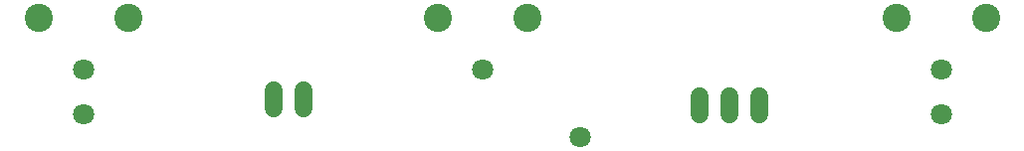
<source format=gbs>
G75*
%MOIN*%
%OFA0B0*%
%FSLAX25Y25*%
%IPPOS*%
%LPD*%
%AMOC8*
5,1,8,0,0,1.08239X$1,22.5*
%
%ADD10C,0.06000*%
%ADD11C,0.09449*%
%ADD12C,0.07087*%
D10*
X0124753Y0053969D02*
X0124753Y0059969D01*
X0134753Y0059969D02*
X0134753Y0053969D01*
X0267391Y0052000D02*
X0267391Y0058000D01*
X0277391Y0058000D02*
X0277391Y0052000D01*
X0287391Y0052000D02*
X0287391Y0058000D01*
D11*
X0333257Y0084528D03*
X0363257Y0084528D03*
X0209713Y0084528D03*
X0179713Y0084528D03*
X0075855Y0084528D03*
X0045855Y0084528D03*
D12*
X0060855Y0052047D03*
X0060855Y0067008D03*
X0194713Y0067008D03*
X0227194Y0044528D03*
X0348257Y0052047D03*
X0348257Y0067008D03*
M02*

</source>
